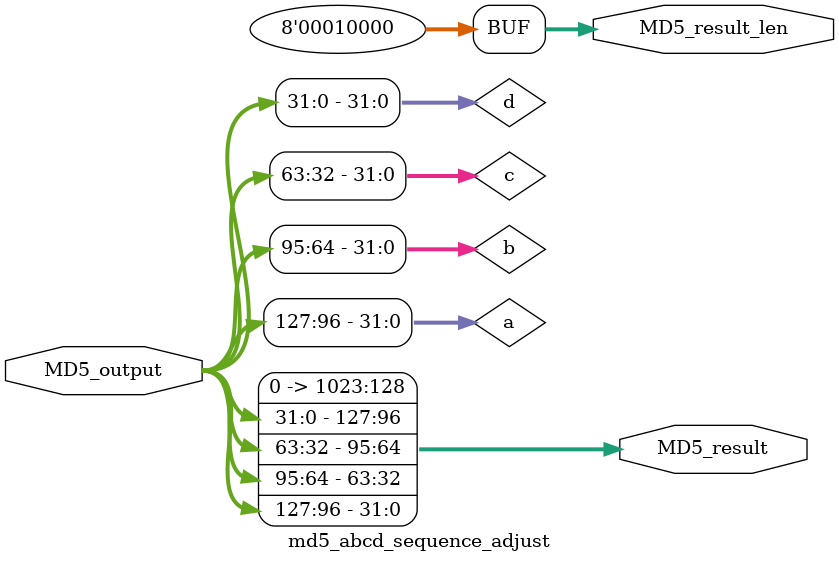
<source format=v>
module md5_abcd_sequence_adjust( //adjust the sequence of output a, b, c, d
    input [127:0] MD5_output,
    output [1023:0] MD5_result,
    output [7:0] MD5_result_len
);
    assign MD5_result_len = 8'd16;
    wire [31:0] a, b, c, d;
    assign a = MD5_output[127:96];
    assign b = MD5_output[95:64];
    assign c = MD5_output[63:32];
    assign d = MD5_output[31:0];
    assign MD5_result = {896'd0, d, c, b, a};
endmodule 
</source>
